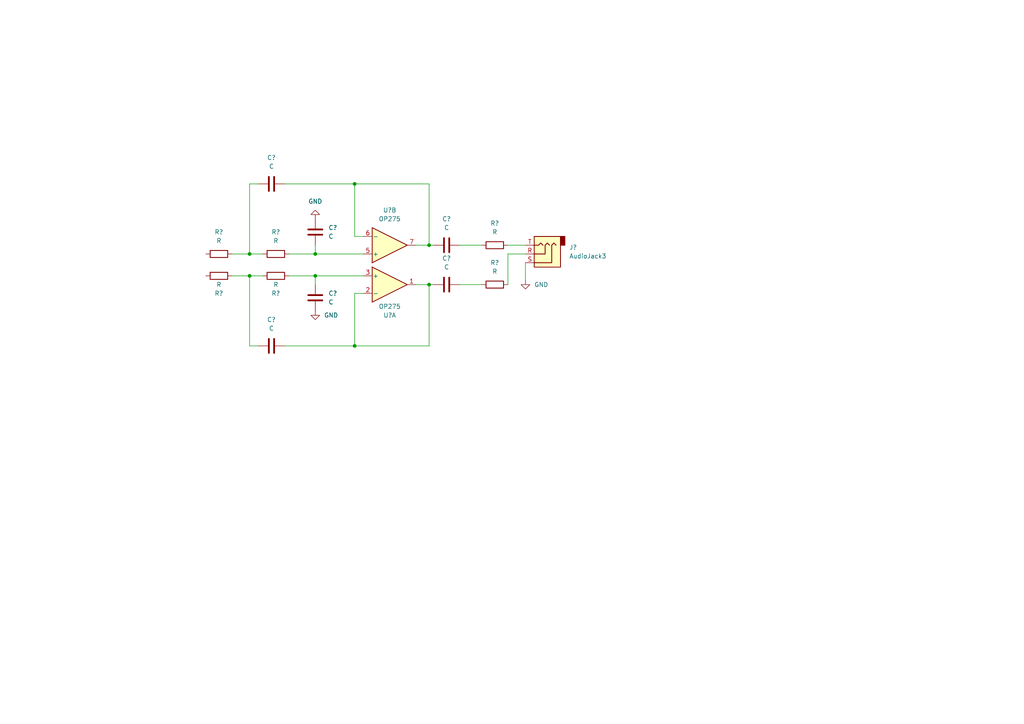
<source format=kicad_sch>
(kicad_sch (version 20211123) (generator eeschema)
  (paper "A4")
  (lib_symbols
    (symbol "Amplifier_Operational:OP275" (pin_names (offset 0.127))
      (property "Reference" "U" (at 0 5.08 0))
      (property "Value" "OP275" (at 0 -5.08 0))
      (symbol "OP275_1_1"
        (polyline (pts (xy -5.08 5.08) (xy 5.08 0) (xy -5.08 -5.08) (xy -5.08 5.08)) (stroke (width 0.254)) (fill (type background)))
        (pin output line (at 7.62 0 180) (length 2.54) (name "~") (number "1"))
        (pin input line (at -7.62 -2.54 0) (length 2.54) (name "-") (number "2"))
        (pin input line (at -7.62 2.54 0) (length 2.54) (name "+") (number "3"))
      )
      (symbol "OP275_2_1"
        (polyline (pts (xy -5.08 5.08) (xy 5.08 0) (xy -5.08 -5.08) (xy -5.08 5.08)) (stroke (width 0.254)) (fill (type background)))
        (pin input line (at -7.62 2.54 0) (length 2.54) (name "+") (number "5"))
        (pin input line (at -7.62 -2.54 0) (length 2.54) (name "-") (number "6"))
        (pin output line (at 7.62 0 180) (length 2.54) (name "~") (number "7"))
      )
      (symbol "OP275_3_1"
        (pin power_in line (at -2.54 -7.62 90) (length 3.81) (name "V-") (number "4"))
        (pin power_in line (at -2.54 7.62 270) (length 3.81) (name "V+") (number "8"))
      )
    )
    (symbol "Connector:AudioJack3"
      (property "Reference" "J" (at 0 8.89 0))
      (property "Value" "AudioJack3" (at 0 6.35 0))
      (symbol "AudioJack3_0_1"
        (rectangle (start -5.08 -5.08) (end -6.35 -2.54) (stroke (width 0.254)) (fill (type outline)))
        (polyline (pts (xy 0 -2.54) (xy 0.635 -3.175) (xy 1.27 -2.54) (xy 2.54 -2.54)) (stroke (width 0.254)))
        (polyline (pts (xy -1.905 -2.54) (xy -1.27 -3.175) (xy -0.635 -2.54) (xy -0.635 0) (xy 2.54 0)) (stroke (width 0.254)))
        (polyline (pts (xy 2.54 2.54) (xy -2.54 2.54) (xy -2.54 -2.54) (xy -3.175 -3.175) (xy -3.81 -2.54)) (stroke (width 0.254)))
        (rectangle (start 2.54 3.81) (end -5.08 -5.08) (stroke (width 0.254)) (fill (type background)))
      )
      (symbol "AudioJack3_1_1"
        (pin passive line (at 5.08 0 180) (length 2.54) (name "~") (number "R"))
        (pin passive line (at 5.08 2.54 180) (length 2.54) (name "~") (number "S"))
        (pin passive line (at 5.08 -2.54 180) (length 2.54) (name "~") (number "T"))
      )
    )
    (symbol "Device:C" (pin_numbers hide) (pin_names (offset 0.254))
      (property "Reference" "C" (at 0.635 2.54 0))
      (property "Value" "C" (at 0.635 -2.54 0))
      (symbol "C_0_1"
        (polyline (pts (xy -2.032 -0.762) (xy 2.032 -0.762)) (stroke (width 0.508)))
        (polyline (pts (xy -2.032 0.762) (xy 2.032 0.762)) (stroke (width 0.508)))
      )
      (symbol "C_1_1"
        (pin passive line (at 0 3.81 270) (length 2.794) (name "~") (number "1"))
        (pin passive line (at 0 -3.81 90) (length 2.794) (name "~") (number "2"))
      )
    )
    (symbol "Device:R" (pin_numbers hide) (pin_names (offset 0))
      (property "Reference" "R" (at 2.032 0 90))
      (property "Value" "R" (at 0 0 90))
      (symbol "R_0_1"
        (rectangle (start -1.016 -2.54) (end 1.016 2.54) (stroke (width 0.254)))
      )
      (symbol "R_1_1"
        (pin passive line (at 0 3.81 270) (length 1.27) (name "~") (number "1"))
        (pin passive line (at 0 -3.81 90) (length 1.27) (name "~") (number "2"))
      )
    )
    (symbol "power:GND" (power) (pin_names (offset 0))
      (property "Value" "GND" (at 0 -3.81 0))
      (symbol "GND_0_1"
        (polyline (pts (xy 0 0) (xy 0 -1.27) (xy 1.27 -1.27) (xy 0 -2.54) (xy -1.27 -1.27) (xy 0 -1.27)))
      )
      (symbol "GND_1_1"
        (pin power_in line (at 0 0 270) (length 0) hide (name "GND") (number "1"))
      )
    )
  )
  (junction (at 124.46 71.12))
  (junction (at 102.87 53.34))
  (junction (at 91.44 80.01))
  (junction (at 124.46 82.55))
  (junction (at 91.44 73.66))
  (junction (at 72.39 73.66))
  (junction (at 102.87 100.33))
  (junction (at 72.39 80.01))
  (wire (pts (xy 102.87 53.34) (xy 124.46 53.34)))
  (wire (pts (xy 82.55 100.33) (xy 102.87 100.33)))
  (wire (pts (xy 102.87 85.09) (xy 105.41 85.09)))
  (wire (pts (xy 72.39 73.66) (xy 76.2 73.66)))
  (wire (pts (xy 91.44 80.01) (xy 105.41 80.01)))
  (wire (pts (xy 91.44 80.01) (xy 91.44 82.55)))
  (wire (pts (xy 124.46 82.55) (xy 125.73 82.55)))
  (wire (pts (xy 72.39 80.01) (xy 76.2 80.01)))
  (wire (pts (xy 124.46 53.34) (xy 124.46 71.12)))
  (wire (pts (xy 147.32 71.12) (xy 152.4 71.12)))
  (wire (pts (xy 133.35 82.55) (xy 139.7 82.55)))
  (wire (pts (xy 120.65 82.55) (xy 124.46 82.55)))
  (wire (pts (xy 67.31 73.66) (xy 72.39 73.66)))
  (wire (pts (xy 133.35 71.12) (xy 139.7 71.12)))
  (wire (pts (xy 91.44 73.66) (xy 105.41 73.66)))
  (wire (pts (xy 67.31 80.01) (xy 72.39 80.01)))
  (wire (pts (xy 147.32 73.66) (xy 152.4 73.66)))
  (wire (pts (xy 83.82 73.66) (xy 91.44 73.66)))
  (wire (pts (xy 124.46 100.33) (xy 124.46 82.55)))
  (wire (pts (xy 102.87 68.58) (xy 105.41 68.58)))
  (wire (pts (xy 91.44 71.12) (xy 91.44 73.66)))
  (wire (pts (xy 102.87 100.33) (xy 102.87 85.09)))
  (wire (pts (xy 83.82 80.01) (xy 91.44 80.01)))
  (wire (pts (xy 82.55 53.34) (xy 102.87 53.34)))
  (wire (pts (xy 72.39 53.34) (xy 74.93 53.34)))
  (wire (pts (xy 147.32 82.55) (xy 147.32 73.66)))
  (wire (pts (xy 124.46 71.12) (xy 125.73 71.12)))
  (wire (pts (xy 152.4 76.2) (xy 152.4 81.28)))
  (wire (pts (xy 102.87 53.34) (xy 102.87 68.58)))
  (wire (pts (xy 72.39 80.01) (xy 72.39 100.33)))
  (wire (pts (xy 72.39 73.66) (xy 72.39 53.34)))
  (wire (pts (xy 72.39 100.33) (xy 74.93 100.33)))
  (wire (pts (xy 102.87 100.33) (xy 124.46 100.33)))
  (wire (pts (xy 120.65 71.12) (xy 124.46 71.12)))
  (symbol (lib_id "Device:C") (at 91.44 67.31 180) (unit 1)
    (property "Reference" "C?" (at 95.25 66.0399 0) (effects (justify right)))
    (property "Value" "C" (at 95.25 68.5799 0) (effects (justify right)))
  )
  (symbol (lib_id "Connector:AudioJack3") (at 157.48 73.66 180) (unit 1)
    (property "Reference" "J?" (at 165.1 71.7549 0) (effects (justify right)))
    (property "Value" "AudioJack3" (at 165.1 74.2949 0) (effects (justify right)))
  )
  (symbol (lib_id "Device:C") (at 129.54 82.55 270) (unit 1)
    (property "Reference" "C?" (at 129.54 74.93 90))
    (property "Value" "C" (at 129.54 77.47 90))
  )
  (symbol (lib_id "Device:R") (at 80.01 80.01 270) (unit 1)
    (property "Reference" "R?" (at 80.01 85.09 90))
    (property "Value" "R" (at 80.01 82.55 90))
  )
  (symbol (lib_id "power:GND") (at 152.4 81.28 0) (unit 1)
    (property "Reference" "#PWR?" (effects hide))
    (property "Value" "GND" (at 154.94 82.5499 0) (effects (justify left)))
  )
  (symbol (lib_id "Device:R") (at 143.51 82.55 270) (unit 1)
    (property "Reference" "R?" (at 143.51 76.2 90))
    (property "Value" "R" (at 143.51 78.74 90))
  )
  (symbol (lib_id "Device:R") (at 63.5 73.66 90) (unit 1)
    (property "Reference" "R?" (at 63.5 67.31 90))
    (property "Value" "R" (at 63.5 69.85 90))
  )
  (symbol (lib_id "Device:R") (at 80.01 73.66 270) (unit 1)
    (property "Reference" "R?" (at 80.01 67.31 90))
    (property "Value" "R" (at 80.01 69.85 90))
  )
  (symbol (lib_id "Device:C") (at 91.44 86.36 180) (unit 1)
    (property "Reference" "C?" (at 95.25 85.0899 0) (effects (justify right)))
    (property "Value" "C" (at 95.25 87.6299 0) (effects (justify right)))
  )
  (symbol (lib_id "Device:R") (at 63.5 80.01 270) (unit 1)
    (property "Reference" "R?" (at 63.5 85.09 90))
    (property "Value" "R" (at 63.5 82.55 90))
  )
  (symbol (lib_id "Device:C") (at 129.54 71.12 270) (unit 1)
    (property "Reference" "C?" (at 129.54 63.5 90))
    (property "Value" "C" (at 129.54 66.04 90))
  )
  (symbol (lib_id "Device:R") (at 143.51 71.12 270) (unit 1)
    (property "Reference" "R?" (at 143.51 64.77 90))
    (property "Value" "R" (at 143.51 67.31 90))
  )
  (symbol (lib_id "Amplifier_Operational:OP275") (at 113.03 82.55 0) (unit 1)
    (property "Reference" "U?" (at 113.03 91.44 0))
    (property "Value" "OP275" (at 113.03 88.9 0))
    (property "Datasheet" "https://www.analog.com/media/en/technical-documentation/data-sheets/OP275.pdf" (effects hide))
  )
  (symbol (lib_id "power:GND") (at 91.44 90.17 0) (unit 1)
    (property "Reference" "#PWR?" (effects hide))
    (property "Value" "GND" (at 93.98 91.4399 0) (effects (justify left)))
  )
  (symbol (lib_id "Device:C") (at 78.74 100.33 90) (unit 1)
    (property "Reference" "C?" (at 78.74 92.71 90))
    (property "Value" "C" (at 78.74 95.25 90))
  )
  (symbol (lib_id "power:GND") (at 91.44 63.5 180) (unit 1)
    (property "Reference" "#PWR?" (effects hide))
    (property "Value" "GND" (at 91.44 58.42 0))
  )
  (symbol (lib_id "Device:C") (at 78.74 53.34 90) (unit 1)
    (property "Reference" "C?" (at 78.74 45.72 90))
    (property "Value" "C" (at 78.74 48.26 90))
  )
  (symbol (lib_id "Amplifier_Operational:OP275") (at 113.03 71.12 0) (mirror x) (unit 2)
    (property "Reference" "U?" (at 113.03 60.96 0))
    (property "Value" "OP275" (at 113.03 63.5 0))
    (property "Datasheet" "https://www.analog.com/media/en/technical-documentation/data-sheets/OP275.pdf" (effects hide))
  )
)
</source>
